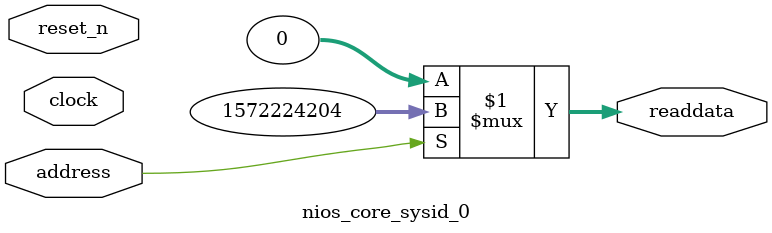
<source format=v>



// synthesis translate_off
`timescale 1ns / 1ps
// synthesis translate_on

// turn off superfluous verilog processor warnings 
// altera message_level Level1 
// altera message_off 10034 10035 10036 10037 10230 10240 10030 

module nios_core_sysid_0 (
               // inputs:
                address,
                clock,
                reset_n,

               // outputs:
                readdata
             )
;

  output  [ 31: 0] readdata;
  input            address;
  input            clock;
  input            reset_n;

  wire    [ 31: 0] readdata;
  //control_slave, which is an e_avalon_slave
  assign readdata = address ? 1572224204 : 0;

endmodule



</source>
